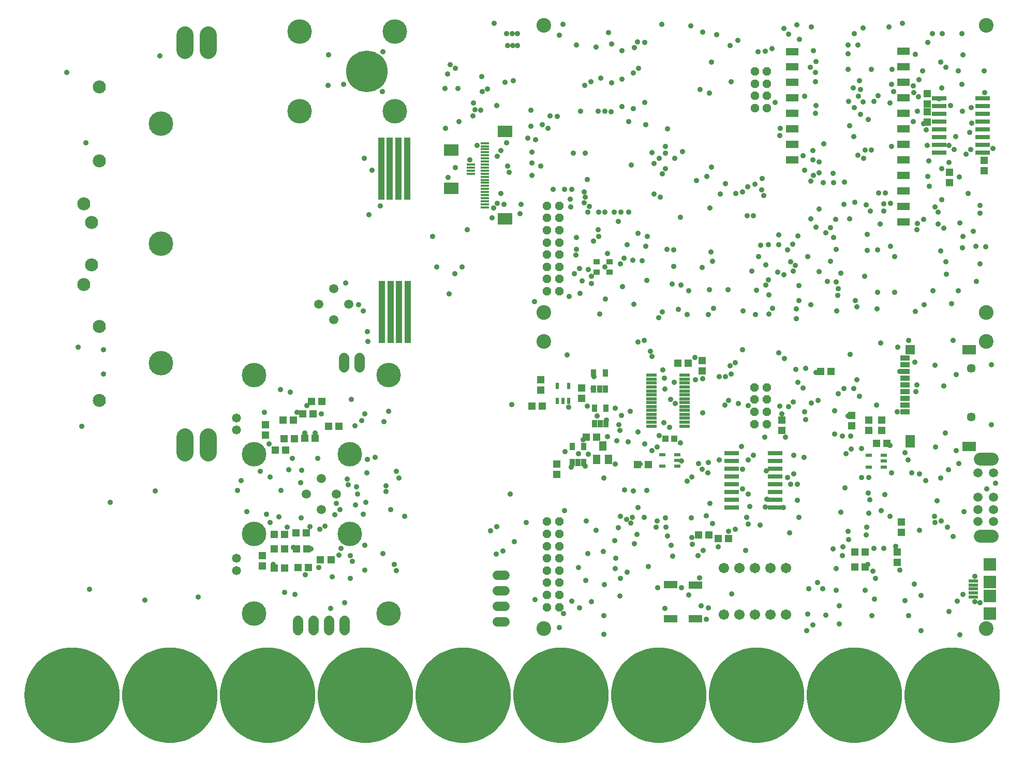
<source format=gbs>
G75*
G70*
%OFA0B0*%
%FSLAX24Y24*%
%IPPOS*%
%LPD*%
%AMOC8*
5,1,8,0,0,1.08239X$1,22.5*
%
%ADD10C,0.0946*%
%ADD11C,0.2678*%
%ADD12R,0.0513X0.0474*%
%ADD13R,0.0867X0.0474*%
%ADD14R,0.0946X0.0277*%
%ADD15C,0.0595*%
%ADD16C,0.0848*%
%ADD17OC8,0.0556*%
%ADD18R,0.0867X0.0631*%
%ADD19R,0.0631X0.0584*%
%ADD20R,0.0631X0.0848*%
%ADD21R,0.0631X0.0356*%
%ADD22C,0.0572*%
%ADD23R,0.0611X0.0237*%
%ADD24R,0.0828X0.0789*%
%ADD25R,0.0828X0.0828*%
%ADD26C,0.0356*%
%ADD27R,0.0352X0.0470*%
%ADD28R,0.0671X0.0218*%
%ADD29R,0.0474X0.0513*%
%ADD30R,0.0400X0.0240*%
%ADD31R,0.0474X0.0631*%
%ADD32R,0.0395X0.0395*%
%ADD33C,0.0674*%
%ADD34C,0.0595*%
%ADD35R,0.0551X0.0157*%
%ADD36R,0.0925X0.0748*%
%ADD37C,0.1582*%
%ADD38C,0.0840*%
%ADD39C,0.1085*%
%ADD40R,0.0840X0.0460*%
%ADD41R,0.0240X0.0400*%
%ADD42C,0.0680*%
%ADD43C,0.0580*%
%ADD44C,0.1976*%
%ADD45C,0.2540*%
%ADD46R,0.0434X0.0336*%
%ADD47R,0.0395X0.4017*%
%ADD48R,0.0398X0.0398*%
%ADD49C,0.0358*%
D10*
X035809Y009746D03*
X035809Y028250D03*
X035809Y030100D03*
X035809Y048604D03*
X064313Y048604D03*
X064313Y030100D03*
X064313Y028250D03*
X064313Y009746D03*
D11*
X024391Y045651D03*
D12*
X044450Y026832D03*
X045120Y026832D03*
X051124Y023191D03*
X051124Y022521D03*
X055651Y022797D03*
X055651Y023466D03*
X058840Y016616D03*
X058840Y015946D03*
X058565Y014687D03*
X058565Y014017D03*
X056498Y013722D03*
X055828Y013722D03*
X055828Y014667D03*
X056498Y014667D03*
X047714Y015544D03*
X047045Y015544D03*
X046454Y015780D03*
X045785Y015780D03*
X042521Y020297D03*
X041852Y020297D03*
X036635Y020356D03*
X036635Y019687D03*
X022088Y014194D03*
X021419Y014194D03*
X019096Y013643D03*
X018427Y013643D03*
X018506Y021242D03*
X019175Y021242D03*
X020828Y024391D03*
X021498Y024391D03*
X060494Y042364D03*
X060494Y043033D03*
X060494Y043545D03*
X060494Y044214D03*
D13*
X045561Y012545D03*
X043986Y012584D03*
X043986Y010380D03*
X045561Y010380D03*
D14*
X047899Y017531D03*
X047899Y018031D03*
X047899Y018531D03*
X047899Y019031D03*
X047899Y019531D03*
X047899Y020031D03*
X047899Y020531D03*
X047899Y021031D03*
X050694Y021031D03*
X050694Y020535D03*
X050694Y020035D03*
X050694Y019535D03*
X050694Y019031D03*
X050694Y018535D03*
X050694Y018035D03*
X050694Y017535D03*
X061277Y040429D03*
X061277Y040925D03*
X061277Y041425D03*
X061277Y041925D03*
X061277Y042429D03*
X061277Y042925D03*
X061277Y043425D03*
X061277Y043925D03*
X064072Y043929D03*
X064072Y043429D03*
X064072Y042929D03*
X064072Y042429D03*
X064072Y041929D03*
X064072Y041429D03*
X064072Y040929D03*
X064072Y040429D03*
D15*
X063781Y019785D03*
X064765Y019785D03*
X064765Y018210D03*
X063781Y018210D03*
X063781Y017423D03*
X063781Y016635D03*
X064765Y016635D03*
X064765Y017423D03*
X023230Y030651D03*
X022265Y029647D03*
X021301Y030651D03*
X022265Y031655D03*
X021478Y019411D03*
X022443Y018407D03*
X021478Y017403D03*
X020513Y018407D03*
D16*
X063889Y020691D02*
X064657Y020691D01*
X064657Y015730D02*
X063889Y015730D01*
D17*
X050159Y022927D03*
X049372Y022927D03*
X049372Y023714D03*
X050159Y023714D03*
X050159Y024502D03*
X049372Y024502D03*
X049372Y025289D03*
X050159Y025289D03*
X036793Y031478D03*
X036793Y032265D03*
X036006Y032265D03*
X036006Y031478D03*
X036006Y033053D03*
X036793Y033053D03*
X036793Y033840D03*
X036006Y033840D03*
X036006Y034628D03*
X036793Y034628D03*
X036793Y035415D03*
X036793Y036202D03*
X036006Y036202D03*
X036006Y035415D03*
X036006Y036990D03*
X036793Y036990D03*
X049399Y043281D03*
X049399Y044069D03*
X050187Y044069D03*
X050187Y043281D03*
X050187Y044856D03*
X050187Y045643D03*
X049399Y045643D03*
X049399Y044856D03*
X036793Y016635D03*
X036006Y016635D03*
X036006Y015848D03*
X036793Y015848D03*
X036793Y015061D03*
X036006Y015061D03*
X036006Y014273D03*
X036793Y014273D03*
X036793Y013486D03*
X036006Y013486D03*
X036006Y012698D03*
X036793Y012698D03*
X036793Y011911D03*
X036006Y011911D03*
X036006Y011124D03*
X036793Y011124D03*
D18*
X063191Y021478D03*
X063191Y027698D03*
D19*
X059411Y027722D03*
D20*
X059411Y021822D03*
D21*
X059069Y023722D03*
X059069Y024155D03*
X059069Y024588D03*
X059069Y025021D03*
X059069Y025454D03*
X059069Y025887D03*
X059069Y026320D03*
X059069Y026754D03*
X059069Y027187D03*
D22*
X063348Y026517D03*
X063348Y023368D03*
D23*
X063486Y012817D03*
X063486Y012561D03*
X063486Y012305D03*
X063486Y012049D03*
X063486Y011793D03*
D24*
X064539Y010730D03*
X064539Y013880D03*
D25*
X064539Y012757D03*
X064539Y011852D03*
D26*
X063574Y011488D03*
X063574Y013122D03*
D27*
X039805Y022939D03*
X039431Y022939D03*
X039057Y022939D03*
X039057Y023958D03*
X039805Y023958D03*
X039765Y025183D03*
X039391Y025183D03*
X039017Y025183D03*
X039017Y026202D03*
X039765Y026202D03*
X038387Y021478D03*
X037639Y021478D03*
X037639Y020458D03*
X038013Y020458D03*
X038387Y020458D03*
D28*
X042738Y022793D03*
X042738Y023045D03*
X042738Y023297D03*
X042738Y023549D03*
X042738Y023801D03*
X042738Y024053D03*
X042738Y024305D03*
X042738Y024549D03*
X042738Y024809D03*
X042738Y025061D03*
X042738Y025313D03*
X042738Y025565D03*
X042738Y025817D03*
X042738Y026069D03*
X044864Y026069D03*
X044864Y025817D03*
X044864Y025565D03*
X044864Y025313D03*
X044864Y025061D03*
X044864Y024809D03*
X044864Y024557D03*
X044864Y024305D03*
X044864Y024053D03*
X044864Y023801D03*
X044864Y023549D03*
X044864Y023297D03*
X044864Y023045D03*
X044864Y022793D03*
D29*
X046006Y026340D03*
X046006Y027009D03*
X039214Y022069D03*
X038545Y022069D03*
X038250Y024569D03*
X038250Y025238D03*
X035612Y025120D03*
X035612Y025789D03*
X035710Y024076D03*
X035041Y024076D03*
X022600Y022777D03*
X021931Y022777D03*
X021065Y022029D03*
X020395Y022029D03*
X019726Y021990D03*
X019057Y021990D03*
X019017Y023171D03*
X019687Y023171D03*
X020277Y023565D03*
X020946Y023565D03*
X017856Y022876D03*
X017856Y022206D03*
X018427Y015809D03*
X019096Y015809D03*
X019844Y015927D03*
X020513Y015927D03*
X020553Y014864D03*
X019883Y014864D03*
X019096Y014864D03*
X018427Y014864D03*
X017659Y014450D03*
X017659Y013781D03*
X019962Y013683D03*
X020631Y013683D03*
X053624Y026320D03*
X054293Y026320D03*
X056754Y023191D03*
X056754Y022521D03*
X057580Y022521D03*
X057580Y023191D03*
X057246Y021675D03*
X057915Y021675D03*
X061950Y038466D03*
X061950Y039135D03*
X064155Y039254D03*
X064155Y039923D03*
D30*
X057718Y020907D03*
X057718Y020533D03*
X057718Y020159D03*
X056734Y020159D03*
X056734Y020907D03*
X044411Y020946D03*
X044411Y020572D03*
X044411Y020198D03*
X043427Y020198D03*
X043427Y020946D03*
D31*
X039962Y020651D03*
X039214Y020651D03*
X039588Y021517D03*
D32*
X043624Y021990D03*
X044214Y021990D03*
D33*
X047391Y013647D03*
X048391Y013647D03*
X049391Y013647D03*
X050391Y013647D03*
X051391Y013647D03*
X051391Y010647D03*
X050391Y010647D03*
X049391Y010647D03*
X048391Y010647D03*
X047391Y010647D03*
D34*
X033310Y010175D02*
X032795Y010175D01*
X032795Y011175D02*
X033310Y011175D01*
X033310Y012175D02*
X032795Y012175D01*
X032795Y013175D02*
X033310Y013175D01*
D35*
X032009Y036891D03*
X032009Y037088D03*
X032009Y037285D03*
X032009Y037482D03*
X032009Y037679D03*
X032009Y037876D03*
X032009Y038072D03*
X032009Y038269D03*
X032009Y038466D03*
X032009Y038663D03*
X032009Y038860D03*
X032009Y039057D03*
X032009Y039254D03*
X032009Y039450D03*
X032009Y039647D03*
X032009Y039844D03*
X032009Y040041D03*
X032009Y040238D03*
X032009Y040435D03*
X032009Y040631D03*
X032009Y040828D03*
X032009Y041025D03*
X031104Y039650D03*
X031104Y039454D03*
X031104Y039257D03*
X031104Y039060D03*
D36*
X029824Y038112D03*
X029824Y040592D03*
X033289Y041773D03*
X033289Y036143D03*
D37*
X026202Y043092D03*
X020061Y043092D03*
X020061Y048210D03*
X026202Y048210D03*
X011124Y042265D03*
X011124Y034549D03*
X011124Y026832D03*
X017147Y026084D03*
X017147Y020966D03*
X023289Y020966D03*
X025809Y026084D03*
X023289Y015848D03*
X025809Y010730D03*
X017147Y010730D03*
X017147Y015848D03*
D38*
X007187Y024454D03*
X007187Y029210D03*
X006187Y031927D03*
X006687Y033171D03*
X006687Y035927D03*
X006187Y037108D03*
X007187Y039887D03*
X007187Y044643D03*
D39*
X012657Y046999D02*
X012657Y048004D01*
X014157Y048004D02*
X014157Y046999D01*
X014157Y022099D02*
X014157Y021094D01*
X012657Y021094D02*
X012657Y022099D01*
D40*
X051819Y039956D03*
X051819Y040956D03*
X051819Y041956D03*
X051819Y042956D03*
X051819Y043956D03*
X051819Y044956D03*
X051819Y045956D03*
X051819Y046906D03*
X058969Y046956D03*
X058969Y045956D03*
X058969Y044956D03*
X058969Y043956D03*
X058969Y042956D03*
X058969Y041956D03*
X058969Y040956D03*
X058969Y039956D03*
X058969Y038956D03*
X058969Y037956D03*
X058969Y036956D03*
X058969Y035956D03*
D41*
X037403Y025395D03*
X036655Y025395D03*
X036655Y024411D03*
X037029Y024411D03*
X037403Y024411D03*
D42*
X023946Y026572D02*
X023946Y027172D01*
X022946Y027172D02*
X022946Y026572D01*
X022978Y010243D02*
X022978Y009643D01*
X021978Y009643D02*
X021978Y010243D01*
X020978Y010243D02*
X020978Y009643D01*
X019978Y009643D02*
X019978Y010243D01*
D43*
X016006Y013486D03*
X016006Y014273D03*
X016006Y022541D03*
X016006Y023328D03*
D44*
X018013Y005454D03*
X011714Y005454D03*
X005415Y005454D03*
X024313Y005454D03*
X030612Y005454D03*
X036911Y005454D03*
X043210Y005454D03*
X049509Y005454D03*
X055809Y005454D03*
X062108Y005454D03*
D45*
X003612Y005454D02*
X003614Y005542D01*
X003621Y005631D01*
X003632Y005719D01*
X003647Y005806D01*
X003666Y005892D01*
X003690Y005977D01*
X003717Y006061D01*
X003749Y006144D01*
X003785Y006225D01*
X003825Y006304D01*
X003869Y006381D01*
X003916Y006456D01*
X003967Y006528D01*
X004021Y006598D01*
X004079Y006665D01*
X004140Y006729D01*
X004204Y006790D01*
X004271Y006848D01*
X004341Y006902D01*
X004413Y006953D01*
X004488Y007000D01*
X004565Y007044D01*
X004644Y007084D01*
X004725Y007120D01*
X004808Y007152D01*
X004892Y007179D01*
X004977Y007203D01*
X005063Y007222D01*
X005150Y007237D01*
X005238Y007248D01*
X005327Y007255D01*
X005415Y007257D01*
X005503Y007255D01*
X005592Y007248D01*
X005680Y007237D01*
X005767Y007222D01*
X005853Y007203D01*
X005938Y007179D01*
X006022Y007152D01*
X006105Y007120D01*
X006186Y007084D01*
X006265Y007044D01*
X006342Y007000D01*
X006417Y006953D01*
X006489Y006902D01*
X006559Y006848D01*
X006626Y006790D01*
X006690Y006729D01*
X006751Y006665D01*
X006809Y006598D01*
X006863Y006528D01*
X006914Y006456D01*
X006961Y006381D01*
X007005Y006304D01*
X007045Y006225D01*
X007081Y006144D01*
X007113Y006061D01*
X007140Y005977D01*
X007164Y005892D01*
X007183Y005806D01*
X007198Y005719D01*
X007209Y005631D01*
X007216Y005542D01*
X007218Y005454D01*
X007216Y005366D01*
X007209Y005277D01*
X007198Y005189D01*
X007183Y005102D01*
X007164Y005016D01*
X007140Y004931D01*
X007113Y004847D01*
X007081Y004764D01*
X007045Y004683D01*
X007005Y004604D01*
X006961Y004527D01*
X006914Y004452D01*
X006863Y004380D01*
X006809Y004310D01*
X006751Y004243D01*
X006690Y004179D01*
X006626Y004118D01*
X006559Y004060D01*
X006489Y004006D01*
X006417Y003955D01*
X006342Y003908D01*
X006265Y003864D01*
X006186Y003824D01*
X006105Y003788D01*
X006022Y003756D01*
X005938Y003729D01*
X005853Y003705D01*
X005767Y003686D01*
X005680Y003671D01*
X005592Y003660D01*
X005503Y003653D01*
X005415Y003651D01*
X005327Y003653D01*
X005238Y003660D01*
X005150Y003671D01*
X005063Y003686D01*
X004977Y003705D01*
X004892Y003729D01*
X004808Y003756D01*
X004725Y003788D01*
X004644Y003824D01*
X004565Y003864D01*
X004488Y003908D01*
X004413Y003955D01*
X004341Y004006D01*
X004271Y004060D01*
X004204Y004118D01*
X004140Y004179D01*
X004079Y004243D01*
X004021Y004310D01*
X003967Y004380D01*
X003916Y004452D01*
X003869Y004527D01*
X003825Y004604D01*
X003785Y004683D01*
X003749Y004764D01*
X003717Y004847D01*
X003690Y004931D01*
X003666Y005016D01*
X003647Y005102D01*
X003632Y005189D01*
X003621Y005277D01*
X003614Y005366D01*
X003612Y005454D01*
X009911Y005454D02*
X009913Y005542D01*
X009920Y005631D01*
X009931Y005719D01*
X009946Y005806D01*
X009965Y005892D01*
X009989Y005977D01*
X010016Y006061D01*
X010048Y006144D01*
X010084Y006225D01*
X010124Y006304D01*
X010168Y006381D01*
X010215Y006456D01*
X010266Y006528D01*
X010320Y006598D01*
X010378Y006665D01*
X010439Y006729D01*
X010503Y006790D01*
X010570Y006848D01*
X010640Y006902D01*
X010712Y006953D01*
X010787Y007000D01*
X010864Y007044D01*
X010943Y007084D01*
X011024Y007120D01*
X011107Y007152D01*
X011191Y007179D01*
X011276Y007203D01*
X011362Y007222D01*
X011449Y007237D01*
X011537Y007248D01*
X011626Y007255D01*
X011714Y007257D01*
X011802Y007255D01*
X011891Y007248D01*
X011979Y007237D01*
X012066Y007222D01*
X012152Y007203D01*
X012237Y007179D01*
X012321Y007152D01*
X012404Y007120D01*
X012485Y007084D01*
X012564Y007044D01*
X012641Y007000D01*
X012716Y006953D01*
X012788Y006902D01*
X012858Y006848D01*
X012925Y006790D01*
X012989Y006729D01*
X013050Y006665D01*
X013108Y006598D01*
X013162Y006528D01*
X013213Y006456D01*
X013260Y006381D01*
X013304Y006304D01*
X013344Y006225D01*
X013380Y006144D01*
X013412Y006061D01*
X013439Y005977D01*
X013463Y005892D01*
X013482Y005806D01*
X013497Y005719D01*
X013508Y005631D01*
X013515Y005542D01*
X013517Y005454D01*
X013515Y005366D01*
X013508Y005277D01*
X013497Y005189D01*
X013482Y005102D01*
X013463Y005016D01*
X013439Y004931D01*
X013412Y004847D01*
X013380Y004764D01*
X013344Y004683D01*
X013304Y004604D01*
X013260Y004527D01*
X013213Y004452D01*
X013162Y004380D01*
X013108Y004310D01*
X013050Y004243D01*
X012989Y004179D01*
X012925Y004118D01*
X012858Y004060D01*
X012788Y004006D01*
X012716Y003955D01*
X012641Y003908D01*
X012564Y003864D01*
X012485Y003824D01*
X012404Y003788D01*
X012321Y003756D01*
X012237Y003729D01*
X012152Y003705D01*
X012066Y003686D01*
X011979Y003671D01*
X011891Y003660D01*
X011802Y003653D01*
X011714Y003651D01*
X011626Y003653D01*
X011537Y003660D01*
X011449Y003671D01*
X011362Y003686D01*
X011276Y003705D01*
X011191Y003729D01*
X011107Y003756D01*
X011024Y003788D01*
X010943Y003824D01*
X010864Y003864D01*
X010787Y003908D01*
X010712Y003955D01*
X010640Y004006D01*
X010570Y004060D01*
X010503Y004118D01*
X010439Y004179D01*
X010378Y004243D01*
X010320Y004310D01*
X010266Y004380D01*
X010215Y004452D01*
X010168Y004527D01*
X010124Y004604D01*
X010084Y004683D01*
X010048Y004764D01*
X010016Y004847D01*
X009989Y004931D01*
X009965Y005016D01*
X009946Y005102D01*
X009931Y005189D01*
X009920Y005277D01*
X009913Y005366D01*
X009911Y005454D01*
X016210Y005454D02*
X016212Y005542D01*
X016219Y005631D01*
X016230Y005719D01*
X016245Y005806D01*
X016264Y005892D01*
X016288Y005977D01*
X016315Y006061D01*
X016347Y006144D01*
X016383Y006225D01*
X016423Y006304D01*
X016467Y006381D01*
X016514Y006456D01*
X016565Y006528D01*
X016619Y006598D01*
X016677Y006665D01*
X016738Y006729D01*
X016802Y006790D01*
X016869Y006848D01*
X016939Y006902D01*
X017011Y006953D01*
X017086Y007000D01*
X017163Y007044D01*
X017242Y007084D01*
X017323Y007120D01*
X017406Y007152D01*
X017490Y007179D01*
X017575Y007203D01*
X017661Y007222D01*
X017748Y007237D01*
X017836Y007248D01*
X017925Y007255D01*
X018013Y007257D01*
X018101Y007255D01*
X018190Y007248D01*
X018278Y007237D01*
X018365Y007222D01*
X018451Y007203D01*
X018536Y007179D01*
X018620Y007152D01*
X018703Y007120D01*
X018784Y007084D01*
X018863Y007044D01*
X018940Y007000D01*
X019015Y006953D01*
X019087Y006902D01*
X019157Y006848D01*
X019224Y006790D01*
X019288Y006729D01*
X019349Y006665D01*
X019407Y006598D01*
X019461Y006528D01*
X019512Y006456D01*
X019559Y006381D01*
X019603Y006304D01*
X019643Y006225D01*
X019679Y006144D01*
X019711Y006061D01*
X019738Y005977D01*
X019762Y005892D01*
X019781Y005806D01*
X019796Y005719D01*
X019807Y005631D01*
X019814Y005542D01*
X019816Y005454D01*
X019814Y005366D01*
X019807Y005277D01*
X019796Y005189D01*
X019781Y005102D01*
X019762Y005016D01*
X019738Y004931D01*
X019711Y004847D01*
X019679Y004764D01*
X019643Y004683D01*
X019603Y004604D01*
X019559Y004527D01*
X019512Y004452D01*
X019461Y004380D01*
X019407Y004310D01*
X019349Y004243D01*
X019288Y004179D01*
X019224Y004118D01*
X019157Y004060D01*
X019087Y004006D01*
X019015Y003955D01*
X018940Y003908D01*
X018863Y003864D01*
X018784Y003824D01*
X018703Y003788D01*
X018620Y003756D01*
X018536Y003729D01*
X018451Y003705D01*
X018365Y003686D01*
X018278Y003671D01*
X018190Y003660D01*
X018101Y003653D01*
X018013Y003651D01*
X017925Y003653D01*
X017836Y003660D01*
X017748Y003671D01*
X017661Y003686D01*
X017575Y003705D01*
X017490Y003729D01*
X017406Y003756D01*
X017323Y003788D01*
X017242Y003824D01*
X017163Y003864D01*
X017086Y003908D01*
X017011Y003955D01*
X016939Y004006D01*
X016869Y004060D01*
X016802Y004118D01*
X016738Y004179D01*
X016677Y004243D01*
X016619Y004310D01*
X016565Y004380D01*
X016514Y004452D01*
X016467Y004527D01*
X016423Y004604D01*
X016383Y004683D01*
X016347Y004764D01*
X016315Y004847D01*
X016288Y004931D01*
X016264Y005016D01*
X016245Y005102D01*
X016230Y005189D01*
X016219Y005277D01*
X016212Y005366D01*
X016210Y005454D01*
X022510Y005454D02*
X022512Y005542D01*
X022519Y005631D01*
X022530Y005719D01*
X022545Y005806D01*
X022564Y005892D01*
X022588Y005977D01*
X022615Y006061D01*
X022647Y006144D01*
X022683Y006225D01*
X022723Y006304D01*
X022767Y006381D01*
X022814Y006456D01*
X022865Y006528D01*
X022919Y006598D01*
X022977Y006665D01*
X023038Y006729D01*
X023102Y006790D01*
X023169Y006848D01*
X023239Y006902D01*
X023311Y006953D01*
X023386Y007000D01*
X023463Y007044D01*
X023542Y007084D01*
X023623Y007120D01*
X023706Y007152D01*
X023790Y007179D01*
X023875Y007203D01*
X023961Y007222D01*
X024048Y007237D01*
X024136Y007248D01*
X024225Y007255D01*
X024313Y007257D01*
X024401Y007255D01*
X024490Y007248D01*
X024578Y007237D01*
X024665Y007222D01*
X024751Y007203D01*
X024836Y007179D01*
X024920Y007152D01*
X025003Y007120D01*
X025084Y007084D01*
X025163Y007044D01*
X025240Y007000D01*
X025315Y006953D01*
X025387Y006902D01*
X025457Y006848D01*
X025524Y006790D01*
X025588Y006729D01*
X025649Y006665D01*
X025707Y006598D01*
X025761Y006528D01*
X025812Y006456D01*
X025859Y006381D01*
X025903Y006304D01*
X025943Y006225D01*
X025979Y006144D01*
X026011Y006061D01*
X026038Y005977D01*
X026062Y005892D01*
X026081Y005806D01*
X026096Y005719D01*
X026107Y005631D01*
X026114Y005542D01*
X026116Y005454D01*
X026114Y005366D01*
X026107Y005277D01*
X026096Y005189D01*
X026081Y005102D01*
X026062Y005016D01*
X026038Y004931D01*
X026011Y004847D01*
X025979Y004764D01*
X025943Y004683D01*
X025903Y004604D01*
X025859Y004527D01*
X025812Y004452D01*
X025761Y004380D01*
X025707Y004310D01*
X025649Y004243D01*
X025588Y004179D01*
X025524Y004118D01*
X025457Y004060D01*
X025387Y004006D01*
X025315Y003955D01*
X025240Y003908D01*
X025163Y003864D01*
X025084Y003824D01*
X025003Y003788D01*
X024920Y003756D01*
X024836Y003729D01*
X024751Y003705D01*
X024665Y003686D01*
X024578Y003671D01*
X024490Y003660D01*
X024401Y003653D01*
X024313Y003651D01*
X024225Y003653D01*
X024136Y003660D01*
X024048Y003671D01*
X023961Y003686D01*
X023875Y003705D01*
X023790Y003729D01*
X023706Y003756D01*
X023623Y003788D01*
X023542Y003824D01*
X023463Y003864D01*
X023386Y003908D01*
X023311Y003955D01*
X023239Y004006D01*
X023169Y004060D01*
X023102Y004118D01*
X023038Y004179D01*
X022977Y004243D01*
X022919Y004310D01*
X022865Y004380D01*
X022814Y004452D01*
X022767Y004527D01*
X022723Y004604D01*
X022683Y004683D01*
X022647Y004764D01*
X022615Y004847D01*
X022588Y004931D01*
X022564Y005016D01*
X022545Y005102D01*
X022530Y005189D01*
X022519Y005277D01*
X022512Y005366D01*
X022510Y005454D01*
X028809Y005454D02*
X028811Y005542D01*
X028818Y005631D01*
X028829Y005719D01*
X028844Y005806D01*
X028863Y005892D01*
X028887Y005977D01*
X028914Y006061D01*
X028946Y006144D01*
X028982Y006225D01*
X029022Y006304D01*
X029066Y006381D01*
X029113Y006456D01*
X029164Y006528D01*
X029218Y006598D01*
X029276Y006665D01*
X029337Y006729D01*
X029401Y006790D01*
X029468Y006848D01*
X029538Y006902D01*
X029610Y006953D01*
X029685Y007000D01*
X029762Y007044D01*
X029841Y007084D01*
X029922Y007120D01*
X030005Y007152D01*
X030089Y007179D01*
X030174Y007203D01*
X030260Y007222D01*
X030347Y007237D01*
X030435Y007248D01*
X030524Y007255D01*
X030612Y007257D01*
X030700Y007255D01*
X030789Y007248D01*
X030877Y007237D01*
X030964Y007222D01*
X031050Y007203D01*
X031135Y007179D01*
X031219Y007152D01*
X031302Y007120D01*
X031383Y007084D01*
X031462Y007044D01*
X031539Y007000D01*
X031614Y006953D01*
X031686Y006902D01*
X031756Y006848D01*
X031823Y006790D01*
X031887Y006729D01*
X031948Y006665D01*
X032006Y006598D01*
X032060Y006528D01*
X032111Y006456D01*
X032158Y006381D01*
X032202Y006304D01*
X032242Y006225D01*
X032278Y006144D01*
X032310Y006061D01*
X032337Y005977D01*
X032361Y005892D01*
X032380Y005806D01*
X032395Y005719D01*
X032406Y005631D01*
X032413Y005542D01*
X032415Y005454D01*
X032413Y005366D01*
X032406Y005277D01*
X032395Y005189D01*
X032380Y005102D01*
X032361Y005016D01*
X032337Y004931D01*
X032310Y004847D01*
X032278Y004764D01*
X032242Y004683D01*
X032202Y004604D01*
X032158Y004527D01*
X032111Y004452D01*
X032060Y004380D01*
X032006Y004310D01*
X031948Y004243D01*
X031887Y004179D01*
X031823Y004118D01*
X031756Y004060D01*
X031686Y004006D01*
X031614Y003955D01*
X031539Y003908D01*
X031462Y003864D01*
X031383Y003824D01*
X031302Y003788D01*
X031219Y003756D01*
X031135Y003729D01*
X031050Y003705D01*
X030964Y003686D01*
X030877Y003671D01*
X030789Y003660D01*
X030700Y003653D01*
X030612Y003651D01*
X030524Y003653D01*
X030435Y003660D01*
X030347Y003671D01*
X030260Y003686D01*
X030174Y003705D01*
X030089Y003729D01*
X030005Y003756D01*
X029922Y003788D01*
X029841Y003824D01*
X029762Y003864D01*
X029685Y003908D01*
X029610Y003955D01*
X029538Y004006D01*
X029468Y004060D01*
X029401Y004118D01*
X029337Y004179D01*
X029276Y004243D01*
X029218Y004310D01*
X029164Y004380D01*
X029113Y004452D01*
X029066Y004527D01*
X029022Y004604D01*
X028982Y004683D01*
X028946Y004764D01*
X028914Y004847D01*
X028887Y004931D01*
X028863Y005016D01*
X028844Y005102D01*
X028829Y005189D01*
X028818Y005277D01*
X028811Y005366D01*
X028809Y005454D01*
X035108Y005454D02*
X035110Y005542D01*
X035117Y005631D01*
X035128Y005719D01*
X035143Y005806D01*
X035162Y005892D01*
X035186Y005977D01*
X035213Y006061D01*
X035245Y006144D01*
X035281Y006225D01*
X035321Y006304D01*
X035365Y006381D01*
X035412Y006456D01*
X035463Y006528D01*
X035517Y006598D01*
X035575Y006665D01*
X035636Y006729D01*
X035700Y006790D01*
X035767Y006848D01*
X035837Y006902D01*
X035909Y006953D01*
X035984Y007000D01*
X036061Y007044D01*
X036140Y007084D01*
X036221Y007120D01*
X036304Y007152D01*
X036388Y007179D01*
X036473Y007203D01*
X036559Y007222D01*
X036646Y007237D01*
X036734Y007248D01*
X036823Y007255D01*
X036911Y007257D01*
X036999Y007255D01*
X037088Y007248D01*
X037176Y007237D01*
X037263Y007222D01*
X037349Y007203D01*
X037434Y007179D01*
X037518Y007152D01*
X037601Y007120D01*
X037682Y007084D01*
X037761Y007044D01*
X037838Y007000D01*
X037913Y006953D01*
X037985Y006902D01*
X038055Y006848D01*
X038122Y006790D01*
X038186Y006729D01*
X038247Y006665D01*
X038305Y006598D01*
X038359Y006528D01*
X038410Y006456D01*
X038457Y006381D01*
X038501Y006304D01*
X038541Y006225D01*
X038577Y006144D01*
X038609Y006061D01*
X038636Y005977D01*
X038660Y005892D01*
X038679Y005806D01*
X038694Y005719D01*
X038705Y005631D01*
X038712Y005542D01*
X038714Y005454D01*
X038712Y005366D01*
X038705Y005277D01*
X038694Y005189D01*
X038679Y005102D01*
X038660Y005016D01*
X038636Y004931D01*
X038609Y004847D01*
X038577Y004764D01*
X038541Y004683D01*
X038501Y004604D01*
X038457Y004527D01*
X038410Y004452D01*
X038359Y004380D01*
X038305Y004310D01*
X038247Y004243D01*
X038186Y004179D01*
X038122Y004118D01*
X038055Y004060D01*
X037985Y004006D01*
X037913Y003955D01*
X037838Y003908D01*
X037761Y003864D01*
X037682Y003824D01*
X037601Y003788D01*
X037518Y003756D01*
X037434Y003729D01*
X037349Y003705D01*
X037263Y003686D01*
X037176Y003671D01*
X037088Y003660D01*
X036999Y003653D01*
X036911Y003651D01*
X036823Y003653D01*
X036734Y003660D01*
X036646Y003671D01*
X036559Y003686D01*
X036473Y003705D01*
X036388Y003729D01*
X036304Y003756D01*
X036221Y003788D01*
X036140Y003824D01*
X036061Y003864D01*
X035984Y003908D01*
X035909Y003955D01*
X035837Y004006D01*
X035767Y004060D01*
X035700Y004118D01*
X035636Y004179D01*
X035575Y004243D01*
X035517Y004310D01*
X035463Y004380D01*
X035412Y004452D01*
X035365Y004527D01*
X035321Y004604D01*
X035281Y004683D01*
X035245Y004764D01*
X035213Y004847D01*
X035186Y004931D01*
X035162Y005016D01*
X035143Y005102D01*
X035128Y005189D01*
X035117Y005277D01*
X035110Y005366D01*
X035108Y005454D01*
X041407Y005454D02*
X041409Y005542D01*
X041416Y005631D01*
X041427Y005719D01*
X041442Y005806D01*
X041461Y005892D01*
X041485Y005977D01*
X041512Y006061D01*
X041544Y006144D01*
X041580Y006225D01*
X041620Y006304D01*
X041664Y006381D01*
X041711Y006456D01*
X041762Y006528D01*
X041816Y006598D01*
X041874Y006665D01*
X041935Y006729D01*
X041999Y006790D01*
X042066Y006848D01*
X042136Y006902D01*
X042208Y006953D01*
X042283Y007000D01*
X042360Y007044D01*
X042439Y007084D01*
X042520Y007120D01*
X042603Y007152D01*
X042687Y007179D01*
X042772Y007203D01*
X042858Y007222D01*
X042945Y007237D01*
X043033Y007248D01*
X043122Y007255D01*
X043210Y007257D01*
X043298Y007255D01*
X043387Y007248D01*
X043475Y007237D01*
X043562Y007222D01*
X043648Y007203D01*
X043733Y007179D01*
X043817Y007152D01*
X043900Y007120D01*
X043981Y007084D01*
X044060Y007044D01*
X044137Y007000D01*
X044212Y006953D01*
X044284Y006902D01*
X044354Y006848D01*
X044421Y006790D01*
X044485Y006729D01*
X044546Y006665D01*
X044604Y006598D01*
X044658Y006528D01*
X044709Y006456D01*
X044756Y006381D01*
X044800Y006304D01*
X044840Y006225D01*
X044876Y006144D01*
X044908Y006061D01*
X044935Y005977D01*
X044959Y005892D01*
X044978Y005806D01*
X044993Y005719D01*
X045004Y005631D01*
X045011Y005542D01*
X045013Y005454D01*
X045011Y005366D01*
X045004Y005277D01*
X044993Y005189D01*
X044978Y005102D01*
X044959Y005016D01*
X044935Y004931D01*
X044908Y004847D01*
X044876Y004764D01*
X044840Y004683D01*
X044800Y004604D01*
X044756Y004527D01*
X044709Y004452D01*
X044658Y004380D01*
X044604Y004310D01*
X044546Y004243D01*
X044485Y004179D01*
X044421Y004118D01*
X044354Y004060D01*
X044284Y004006D01*
X044212Y003955D01*
X044137Y003908D01*
X044060Y003864D01*
X043981Y003824D01*
X043900Y003788D01*
X043817Y003756D01*
X043733Y003729D01*
X043648Y003705D01*
X043562Y003686D01*
X043475Y003671D01*
X043387Y003660D01*
X043298Y003653D01*
X043210Y003651D01*
X043122Y003653D01*
X043033Y003660D01*
X042945Y003671D01*
X042858Y003686D01*
X042772Y003705D01*
X042687Y003729D01*
X042603Y003756D01*
X042520Y003788D01*
X042439Y003824D01*
X042360Y003864D01*
X042283Y003908D01*
X042208Y003955D01*
X042136Y004006D01*
X042066Y004060D01*
X041999Y004118D01*
X041935Y004179D01*
X041874Y004243D01*
X041816Y004310D01*
X041762Y004380D01*
X041711Y004452D01*
X041664Y004527D01*
X041620Y004604D01*
X041580Y004683D01*
X041544Y004764D01*
X041512Y004847D01*
X041485Y004931D01*
X041461Y005016D01*
X041442Y005102D01*
X041427Y005189D01*
X041416Y005277D01*
X041409Y005366D01*
X041407Y005454D01*
X047706Y005454D02*
X047708Y005542D01*
X047715Y005631D01*
X047726Y005719D01*
X047741Y005806D01*
X047760Y005892D01*
X047784Y005977D01*
X047811Y006061D01*
X047843Y006144D01*
X047879Y006225D01*
X047919Y006304D01*
X047963Y006381D01*
X048010Y006456D01*
X048061Y006528D01*
X048115Y006598D01*
X048173Y006665D01*
X048234Y006729D01*
X048298Y006790D01*
X048365Y006848D01*
X048435Y006902D01*
X048507Y006953D01*
X048582Y007000D01*
X048659Y007044D01*
X048738Y007084D01*
X048819Y007120D01*
X048902Y007152D01*
X048986Y007179D01*
X049071Y007203D01*
X049157Y007222D01*
X049244Y007237D01*
X049332Y007248D01*
X049421Y007255D01*
X049509Y007257D01*
X049597Y007255D01*
X049686Y007248D01*
X049774Y007237D01*
X049861Y007222D01*
X049947Y007203D01*
X050032Y007179D01*
X050116Y007152D01*
X050199Y007120D01*
X050280Y007084D01*
X050359Y007044D01*
X050436Y007000D01*
X050511Y006953D01*
X050583Y006902D01*
X050653Y006848D01*
X050720Y006790D01*
X050784Y006729D01*
X050845Y006665D01*
X050903Y006598D01*
X050957Y006528D01*
X051008Y006456D01*
X051055Y006381D01*
X051099Y006304D01*
X051139Y006225D01*
X051175Y006144D01*
X051207Y006061D01*
X051234Y005977D01*
X051258Y005892D01*
X051277Y005806D01*
X051292Y005719D01*
X051303Y005631D01*
X051310Y005542D01*
X051312Y005454D01*
X051310Y005366D01*
X051303Y005277D01*
X051292Y005189D01*
X051277Y005102D01*
X051258Y005016D01*
X051234Y004931D01*
X051207Y004847D01*
X051175Y004764D01*
X051139Y004683D01*
X051099Y004604D01*
X051055Y004527D01*
X051008Y004452D01*
X050957Y004380D01*
X050903Y004310D01*
X050845Y004243D01*
X050784Y004179D01*
X050720Y004118D01*
X050653Y004060D01*
X050583Y004006D01*
X050511Y003955D01*
X050436Y003908D01*
X050359Y003864D01*
X050280Y003824D01*
X050199Y003788D01*
X050116Y003756D01*
X050032Y003729D01*
X049947Y003705D01*
X049861Y003686D01*
X049774Y003671D01*
X049686Y003660D01*
X049597Y003653D01*
X049509Y003651D01*
X049421Y003653D01*
X049332Y003660D01*
X049244Y003671D01*
X049157Y003686D01*
X049071Y003705D01*
X048986Y003729D01*
X048902Y003756D01*
X048819Y003788D01*
X048738Y003824D01*
X048659Y003864D01*
X048582Y003908D01*
X048507Y003955D01*
X048435Y004006D01*
X048365Y004060D01*
X048298Y004118D01*
X048234Y004179D01*
X048173Y004243D01*
X048115Y004310D01*
X048061Y004380D01*
X048010Y004452D01*
X047963Y004527D01*
X047919Y004604D01*
X047879Y004683D01*
X047843Y004764D01*
X047811Y004847D01*
X047784Y004931D01*
X047760Y005016D01*
X047741Y005102D01*
X047726Y005189D01*
X047715Y005277D01*
X047708Y005366D01*
X047706Y005454D01*
X054006Y005454D02*
X054008Y005542D01*
X054015Y005631D01*
X054026Y005719D01*
X054041Y005806D01*
X054060Y005892D01*
X054084Y005977D01*
X054111Y006061D01*
X054143Y006144D01*
X054179Y006225D01*
X054219Y006304D01*
X054263Y006381D01*
X054310Y006456D01*
X054361Y006528D01*
X054415Y006598D01*
X054473Y006665D01*
X054534Y006729D01*
X054598Y006790D01*
X054665Y006848D01*
X054735Y006902D01*
X054807Y006953D01*
X054882Y007000D01*
X054959Y007044D01*
X055038Y007084D01*
X055119Y007120D01*
X055202Y007152D01*
X055286Y007179D01*
X055371Y007203D01*
X055457Y007222D01*
X055544Y007237D01*
X055632Y007248D01*
X055721Y007255D01*
X055809Y007257D01*
X055897Y007255D01*
X055986Y007248D01*
X056074Y007237D01*
X056161Y007222D01*
X056247Y007203D01*
X056332Y007179D01*
X056416Y007152D01*
X056499Y007120D01*
X056580Y007084D01*
X056659Y007044D01*
X056736Y007000D01*
X056811Y006953D01*
X056883Y006902D01*
X056953Y006848D01*
X057020Y006790D01*
X057084Y006729D01*
X057145Y006665D01*
X057203Y006598D01*
X057257Y006528D01*
X057308Y006456D01*
X057355Y006381D01*
X057399Y006304D01*
X057439Y006225D01*
X057475Y006144D01*
X057507Y006061D01*
X057534Y005977D01*
X057558Y005892D01*
X057577Y005806D01*
X057592Y005719D01*
X057603Y005631D01*
X057610Y005542D01*
X057612Y005454D01*
X057610Y005366D01*
X057603Y005277D01*
X057592Y005189D01*
X057577Y005102D01*
X057558Y005016D01*
X057534Y004931D01*
X057507Y004847D01*
X057475Y004764D01*
X057439Y004683D01*
X057399Y004604D01*
X057355Y004527D01*
X057308Y004452D01*
X057257Y004380D01*
X057203Y004310D01*
X057145Y004243D01*
X057084Y004179D01*
X057020Y004118D01*
X056953Y004060D01*
X056883Y004006D01*
X056811Y003955D01*
X056736Y003908D01*
X056659Y003864D01*
X056580Y003824D01*
X056499Y003788D01*
X056416Y003756D01*
X056332Y003729D01*
X056247Y003705D01*
X056161Y003686D01*
X056074Y003671D01*
X055986Y003660D01*
X055897Y003653D01*
X055809Y003651D01*
X055721Y003653D01*
X055632Y003660D01*
X055544Y003671D01*
X055457Y003686D01*
X055371Y003705D01*
X055286Y003729D01*
X055202Y003756D01*
X055119Y003788D01*
X055038Y003824D01*
X054959Y003864D01*
X054882Y003908D01*
X054807Y003955D01*
X054735Y004006D01*
X054665Y004060D01*
X054598Y004118D01*
X054534Y004179D01*
X054473Y004243D01*
X054415Y004310D01*
X054361Y004380D01*
X054310Y004452D01*
X054263Y004527D01*
X054219Y004604D01*
X054179Y004683D01*
X054143Y004764D01*
X054111Y004847D01*
X054084Y004931D01*
X054060Y005016D01*
X054041Y005102D01*
X054026Y005189D01*
X054015Y005277D01*
X054008Y005366D01*
X054006Y005454D01*
X060305Y005454D02*
X060307Y005542D01*
X060314Y005631D01*
X060325Y005719D01*
X060340Y005806D01*
X060359Y005892D01*
X060383Y005977D01*
X060410Y006061D01*
X060442Y006144D01*
X060478Y006225D01*
X060518Y006304D01*
X060562Y006381D01*
X060609Y006456D01*
X060660Y006528D01*
X060714Y006598D01*
X060772Y006665D01*
X060833Y006729D01*
X060897Y006790D01*
X060964Y006848D01*
X061034Y006902D01*
X061106Y006953D01*
X061181Y007000D01*
X061258Y007044D01*
X061337Y007084D01*
X061418Y007120D01*
X061501Y007152D01*
X061585Y007179D01*
X061670Y007203D01*
X061756Y007222D01*
X061843Y007237D01*
X061931Y007248D01*
X062020Y007255D01*
X062108Y007257D01*
X062196Y007255D01*
X062285Y007248D01*
X062373Y007237D01*
X062460Y007222D01*
X062546Y007203D01*
X062631Y007179D01*
X062715Y007152D01*
X062798Y007120D01*
X062879Y007084D01*
X062958Y007044D01*
X063035Y007000D01*
X063110Y006953D01*
X063182Y006902D01*
X063252Y006848D01*
X063319Y006790D01*
X063383Y006729D01*
X063444Y006665D01*
X063502Y006598D01*
X063556Y006528D01*
X063607Y006456D01*
X063654Y006381D01*
X063698Y006304D01*
X063738Y006225D01*
X063774Y006144D01*
X063806Y006061D01*
X063833Y005977D01*
X063857Y005892D01*
X063876Y005806D01*
X063891Y005719D01*
X063902Y005631D01*
X063909Y005542D01*
X063911Y005454D01*
X063909Y005366D01*
X063902Y005277D01*
X063891Y005189D01*
X063876Y005102D01*
X063857Y005016D01*
X063833Y004931D01*
X063806Y004847D01*
X063774Y004764D01*
X063738Y004683D01*
X063698Y004604D01*
X063654Y004527D01*
X063607Y004452D01*
X063556Y004380D01*
X063502Y004310D01*
X063444Y004243D01*
X063383Y004179D01*
X063319Y004118D01*
X063252Y004060D01*
X063182Y004006D01*
X063110Y003955D01*
X063035Y003908D01*
X062958Y003864D01*
X062879Y003824D01*
X062798Y003788D01*
X062715Y003756D01*
X062631Y003729D01*
X062546Y003705D01*
X062460Y003686D01*
X062373Y003671D01*
X062285Y003660D01*
X062196Y003653D01*
X062108Y003651D01*
X062020Y003653D01*
X061931Y003660D01*
X061843Y003671D01*
X061756Y003686D01*
X061670Y003705D01*
X061585Y003729D01*
X061501Y003756D01*
X061418Y003788D01*
X061337Y003824D01*
X061258Y003864D01*
X061181Y003908D01*
X061106Y003955D01*
X061034Y004006D01*
X060964Y004060D01*
X060897Y004118D01*
X060833Y004179D01*
X060772Y004243D01*
X060714Y004310D01*
X060660Y004380D01*
X060609Y004452D01*
X060562Y004527D01*
X060518Y004604D01*
X060478Y004683D01*
X060442Y004764D01*
X060410Y004847D01*
X060383Y004931D01*
X060359Y005016D01*
X060340Y005102D01*
X060325Y005189D01*
X060314Y005277D01*
X060307Y005366D01*
X060305Y005454D01*
D46*
X040041Y032728D03*
X040041Y033378D03*
X039214Y033378D03*
X039214Y032728D03*
D47*
X027029Y030139D03*
X026478Y030139D03*
X025927Y030139D03*
X025376Y030139D03*
X025336Y039391D03*
X025887Y039391D03*
X026439Y039391D03*
X026990Y039391D03*
D48*
X026990Y041045D03*
X026439Y041045D03*
X025887Y041045D03*
X025336Y041045D03*
X025376Y028486D03*
X025927Y028486D03*
X026478Y028486D03*
X027029Y028486D03*
D49*
X024470Y028250D03*
X024431Y028880D03*
X024155Y030218D03*
X023880Y030612D03*
X023053Y032029D03*
X024549Y036399D03*
X025257Y036990D03*
X024746Y039273D03*
X024234Y040061D03*
X025415Y044352D03*
X025454Y046911D03*
X022895Y044824D03*
X021911Y044746D03*
X021950Y046714D03*
X029588Y045494D03*
X029785Y046084D03*
X030100Y045848D03*
X030257Y044549D03*
X029431Y044549D03*
X031281Y043604D03*
X031360Y043171D03*
X031754Y043131D03*
X031242Y042777D03*
X030336Y042423D03*
X029470Y041990D03*
X031498Y040887D03*
X031045Y039943D03*
X030100Y039431D03*
X029647Y038820D03*
X032817Y040179D03*
X033053Y040533D03*
X033407Y041045D03*
X034785Y041360D03*
X035257Y041242D03*
X034982Y042108D03*
X035691Y042226D03*
X036084Y041990D03*
X036202Y042777D03*
X036675Y042738D03*
X038171Y043092D03*
X039313Y043092D03*
X039746Y043092D03*
X040139Y043053D03*
X040848Y043368D03*
X041557Y043250D03*
X042305Y043643D03*
X042383Y042226D03*
X041281Y042423D03*
X043761Y041950D03*
X043643Y040809D03*
X043643Y040376D03*
X043250Y040061D03*
X042895Y039706D03*
X042777Y040415D03*
X043643Y039391D03*
X043446Y039037D03*
X044234Y040061D03*
X044746Y040494D03*
X045651Y038604D03*
X046320Y038880D03*
X046596Y039470D03*
X047502Y038407D03*
X047187Y037738D03*
X046517Y036832D03*
X044588Y036242D03*
X043289Y037541D03*
X042895Y037738D03*
X041281Y036596D03*
X040769Y036596D03*
X040336Y036596D03*
X039746Y036596D03*
X039352Y036596D03*
X038643Y036596D03*
X038722Y036950D03*
X038407Y037187D03*
X038486Y037541D03*
X038407Y037895D03*
X037620Y038053D03*
X037147Y038053D03*
X037502Y037423D03*
X037541Y036911D03*
X036399Y038053D03*
X035021Y038958D03*
X035021Y039746D03*
X035612Y039549D03*
X035021Y040454D03*
X033486Y039549D03*
X033565Y039155D03*
X033053Y037777D03*
X032817Y037147D03*
X032580Y036832D03*
X033250Y037069D03*
X034352Y037069D03*
X034273Y036478D03*
X032462Y036202D03*
X030887Y035454D03*
X028643Y035021D03*
X028919Y033053D03*
X030061Y032620D03*
X030533Y033053D03*
X029706Y031320D03*
X035218Y030809D03*
X037423Y031163D03*
X038131Y031360D03*
X038880Y031990D03*
X038880Y032462D03*
X038683Y032895D03*
X038092Y032935D03*
X037777Y032620D03*
X038263Y032131D03*
X039746Y033053D03*
X039903Y033919D03*
X040730Y033250D03*
X040966Y033604D03*
X041537Y033486D03*
X042147Y033446D03*
X042383Y034391D03*
X042462Y035021D03*
X041872Y035218D03*
X041163Y034470D03*
X039352Y035021D03*
X039313Y035454D03*
X038998Y034706D03*
X037895Y034943D03*
X037895Y034194D03*
X037856Y033801D03*
X040612Y035966D03*
X043722Y034194D03*
X044155Y034155D03*
X044155Y033092D03*
X044076Y031950D03*
X044628Y031872D03*
X045139Y031517D03*
X046478Y031596D03*
X047659Y031596D03*
X049194Y032777D03*
X050100Y033171D03*
X049628Y033722D03*
X049785Y034431D03*
X050257Y034470D03*
X050927Y034470D03*
X050927Y035100D03*
X051832Y034509D03*
X051517Y034155D03*
X052187Y035061D03*
X053328Y035612D03*
X053013Y036163D03*
X053525Y036793D03*
X054588Y036124D03*
X054273Y035572D03*
X053958Y035257D03*
X054470Y034943D03*
X054628Y034194D03*
X054273Y033407D03*
X053545Y032757D03*
X054076Y032108D03*
X054628Y032069D03*
X054785Y031635D03*
X054746Y031202D03*
X055887Y030887D03*
X055966Y030494D03*
X057265Y030336D03*
X057305Y031399D03*
X058407Y031399D03*
X059746Y030179D03*
X060297Y030612D03*
X060868Y031517D03*
X061754Y032580D03*
X061714Y033368D03*
X061360Y034076D03*
X062777Y034273D03*
X062817Y035021D03*
X063486Y035336D03*
X063643Y034391D03*
X064273Y034352D03*
X063919Y033250D03*
X063683Y032108D03*
X062502Y031517D03*
X062069Y030691D03*
X062187Y028328D03*
X061006Y026714D03*
X059706Y026911D03*
X058722Y026320D03*
X059824Y025454D03*
X059785Y025021D03*
X058565Y023722D03*
X057226Y024155D03*
X056124Y024706D03*
X055783Y025219D03*
X055966Y025769D03*
X055145Y025208D03*
X054780Y024882D03*
X054530Y023778D03*
X053486Y024431D03*
X053053Y024273D03*
X052620Y023722D03*
X052659Y023210D03*
X051557Y024037D03*
X051872Y024352D03*
X051006Y024076D03*
X051124Y023565D03*
X051360Y022069D03*
X051911Y020927D03*
X052580Y020769D03*
X051911Y019706D03*
X051517Y019470D03*
X051714Y019037D03*
X052147Y019037D03*
X052147Y018013D03*
X051242Y017541D03*
X050061Y017580D03*
X050179Y018092D03*
X049076Y017620D03*
X048958Y018407D03*
X048604Y018761D03*
X048604Y020021D03*
X048958Y020612D03*
X049313Y020927D03*
X048525Y021478D03*
X047108Y020612D03*
X046399Y020454D03*
X046006Y020021D03*
X046360Y019785D03*
X045769Y020376D03*
X044687Y020553D03*
X044588Y021714D03*
X043919Y022698D03*
X043525Y023013D03*
X043250Y022187D03*
X043092Y021461D03*
X042777Y021202D03*
X042305Y021635D03*
X041242Y021793D03*
X040494Y021832D03*
X039903Y022108D03*
X040691Y022502D03*
X040651Y022895D03*
X040809Y023486D03*
X040415Y023958D03*
X039824Y023171D03*
X039234Y023446D03*
X038604Y024076D03*
X038958Y025218D03*
X039037Y025966D03*
X037305Y027383D03*
X039391Y030021D03*
X039785Y030986D03*
X040887Y031793D03*
X041596Y030651D03*
X043210Y029785D03*
X043446Y030139D03*
X044470Y030297D03*
X045021Y029982D03*
X046399Y029982D03*
X046754Y030376D03*
X048643Y030218D03*
X049431Y029982D03*
X050297Y030021D03*
X050533Y030376D03*
X050297Y031242D03*
X050100Y031872D03*
X050257Y032226D03*
X050887Y032698D03*
X051281Y032541D03*
X051872Y032777D03*
X051990Y033131D03*
X051714Y033368D03*
X052817Y033722D03*
X054923Y032659D03*
X056478Y032462D03*
X056635Y034116D03*
X057305Y034155D03*
X056635Y035139D03*
X057462Y035809D03*
X057698Y036635D03*
X057698Y037108D03*
X058131Y037147D03*
X057817Y037817D03*
X057383Y037817D03*
X056584Y037042D03*
X056832Y036635D03*
X055848Y037226D03*
X055139Y037069D03*
X055494Y036163D03*
X058131Y034391D03*
X058407Y033722D03*
X059824Y035454D03*
X059864Y035848D03*
X060257Y036124D03*
X061202Y035809D03*
X061557Y035533D03*
X062620Y035887D03*
X063919Y036517D03*
X063919Y037029D03*
X063131Y037777D03*
X062580Y038840D03*
X061911Y039785D03*
X061439Y039391D03*
X060612Y039864D03*
X060533Y038880D03*
X060651Y038250D03*
X061439Y037378D03*
X061006Y036911D03*
X061202Y036596D03*
X063013Y040297D03*
X063289Y040612D03*
X062226Y040612D03*
X061911Y040887D03*
X062344Y041439D03*
X063250Y041714D03*
X063368Y042305D03*
X062777Y043092D03*
X063328Y043328D03*
X064194Y044273D03*
X064155Y045691D03*
X062817Y046714D03*
X062502Y045691D03*
X061714Y045927D03*
X061360Y046242D03*
X060218Y045691D03*
X059982Y045100D03*
X059588Y044706D03*
X059628Y044273D03*
X059943Y043998D03*
X059864Y043092D03*
X059588Y042423D03*
X060257Y042265D03*
X060454Y041878D03*
X060494Y040887D03*
X058210Y040809D03*
X056911Y040572D03*
X056517Y040572D03*
X056399Y040061D03*
X056045Y040257D03*
X055769Y041439D03*
X055494Y042147D03*
X056202Y042895D03*
X055809Y043328D03*
X055454Y043722D03*
X056084Y044037D03*
X056202Y044470D03*
X055730Y044588D03*
X056124Y045063D03*
X055415Y045769D03*
X055415Y046793D03*
X055415Y047344D03*
X056045Y047344D03*
X055809Y048092D03*
X056360Y048446D03*
X058053Y048525D03*
X058919Y048761D03*
X060533Y047502D03*
X060848Y048092D03*
X061478Y048092D03*
X062738Y048092D03*
X059746Y046754D03*
X058250Y045769D03*
X058210Y044824D03*
X058328Y044352D03*
X058092Y043604D03*
X057344Y044076D03*
X057069Y043722D03*
X056360Y043683D03*
X056714Y042541D03*
X053840Y040966D03*
X053131Y040533D03*
X053131Y039943D03*
X053525Y039824D03*
X053525Y039116D03*
X053171Y038958D03*
X053013Y038565D03*
X053801Y038486D03*
X054470Y038486D03*
X054431Y039076D03*
X055159Y038506D03*
X052620Y039273D03*
X052502Y040218D03*
X051006Y041517D03*
X051045Y041990D03*
X050691Y043643D03*
X052620Y044037D03*
X053328Y043446D03*
X053289Y042935D03*
X053289Y044982D03*
X053289Y045572D03*
X052974Y045927D03*
X053328Y046281D03*
X053171Y046990D03*
X052265Y047698D03*
X051557Y048053D03*
X051281Y048407D03*
X052108Y048643D03*
X053053Y048525D03*
X050494Y047108D03*
X050061Y046950D03*
X049588Y046911D03*
X048289Y047659D03*
X047805Y047305D03*
X046950Y048013D03*
X046045Y048171D03*
X045257Y048571D03*
X043407Y048683D03*
X042305Y047502D03*
X041832Y047541D03*
X041635Y047187D03*
X040848Y046990D03*
X040179Y047423D03*
X039982Y048131D03*
X039155Y047226D03*
X037895Y047344D03*
X036793Y047974D03*
X037029Y048683D03*
X034116Y048092D03*
X033761Y048092D03*
X033407Y048092D03*
X032620Y048761D03*
X033486Y047305D03*
X033801Y047305D03*
X034116Y047305D03*
X033840Y045061D03*
X033289Y044943D03*
X032187Y044509D03*
X031832Y044352D03*
X031793Y045297D03*
X032777Y043446D03*
X034982Y043131D03*
X038446Y044746D03*
X038840Y044982D03*
X039470Y045218D03*
X040179Y044903D03*
X040848Y045139D03*
X041557Y045533D03*
X041911Y045848D03*
X045887Y044470D03*
X046478Y044234D03*
X047856Y044982D03*
X046596Y046242D03*
X041439Y039628D03*
X038604Y038683D03*
X038486Y040376D03*
X037698Y040376D03*
X046557Y033998D03*
X046675Y033407D03*
X046006Y033013D03*
X049509Y031557D03*
X052226Y031832D03*
X052226Y030887D03*
X052069Y030336D03*
X052069Y029706D03*
X053013Y030612D03*
X054667Y030218D03*
X055533Y027423D03*
X057502Y028151D03*
X058604Y027895D03*
X059313Y028328D03*
X062383Y026124D03*
X061557Y025395D03*
X064628Y026754D03*
X064628Y022895D03*
X062383Y021202D03*
X062541Y020376D03*
X061872Y019982D03*
X061360Y019431D03*
X060415Y019273D03*
X060019Y019706D03*
X059509Y019785D03*
X059273Y020612D03*
X059076Y021084D03*
X058092Y021557D03*
X058210Y019785D03*
X056754Y019470D03*
X056281Y019470D03*
X056714Y018486D03*
X056793Y018053D03*
X056754Y017187D03*
X057541Y017344D03*
X058092Y016990D03*
X060019Y016084D03*
X061006Y016596D03*
X060966Y016990D03*
X061399Y016675D03*
X061793Y016281D03*
X062187Y015691D03*
X062856Y017265D03*
X061124Y017974D03*
X064352Y018761D03*
X064903Y019116D03*
X061045Y021439D03*
X061675Y022344D03*
X057777Y018368D03*
X056596Y016281D03*
X056557Y015769D03*
X055454Y015494D03*
X055415Y016006D03*
X055061Y015021D03*
X055021Y014431D03*
X054431Y014864D03*
X054628Y013604D03*
X053446Y012698D03*
X053761Y012305D03*
X054628Y012226D03*
X054824Y011202D03*
X053958Y010612D03*
X053131Y009982D03*
X052738Y009628D03*
X052817Y010691D03*
X052856Y012305D03*
X054824Y010061D03*
X056950Y010572D03*
X057108Y011635D03*
X056517Y012226D03*
X057187Y012974D03*
X056990Y013446D03*
X056675Y013880D03*
X057069Y014903D03*
X057698Y014903D03*
X058486Y015061D03*
X058722Y013525D03*
X059667Y012620D03*
X060100Y011872D03*
X059076Y011557D03*
X059313Y010572D03*
X060100Y009628D03*
X061911Y010848D03*
X062423Y011517D03*
X062817Y011950D03*
X063919Y011399D03*
X062602Y009332D03*
X061202Y007580D03*
X054903Y007580D03*
X048486Y007423D03*
X046281Y010336D03*
X046399Y011084D03*
X045927Y011202D03*
X045139Y011911D03*
X044667Y012383D03*
X045848Y013013D03*
X045730Y014431D03*
X046084Y014785D03*
X045376Y015179D03*
X045336Y015612D03*
X045297Y016872D03*
X046281Y017029D03*
X046675Y016517D03*
X047698Y016006D03*
X048131Y016163D03*
X048958Y016478D03*
X048880Y016911D03*
X049746Y016399D03*
X048801Y014785D03*
X047029Y015021D03*
X044096Y014411D03*
X043998Y015100D03*
X043761Y015730D03*
X043683Y016281D03*
X043643Y016872D03*
X043092Y016686D03*
X043053Y016281D03*
X042265Y016911D03*
X041872Y017541D03*
X041517Y016911D03*
X041419Y016537D03*
X041124Y016793D03*
X040730Y016990D03*
X040612Y016242D03*
X041793Y015809D03*
X041635Y015218D03*
X040376Y015415D03*
X039628Y014706D03*
X040454Y014273D03*
X040415Y013604D03*
X040730Y012974D03*
X041163Y013368D03*
X039706Y012591D03*
X038506Y012856D03*
X038053Y013683D03*
X038643Y014588D03*
X039155Y016084D03*
X038525Y016675D03*
X037147Y017344D03*
X034667Y016596D03*
X033919Y015336D03*
X033171Y014746D03*
X032738Y014549D03*
X032383Y016045D03*
X032777Y016320D03*
X033643Y018407D03*
X037580Y020139D03*
X038486Y020218D03*
X038683Y020966D03*
X038053Y021006D03*
X037187Y021163D03*
X038328Y021911D03*
X040415Y020336D03*
X039667Y019431D03*
X041006Y018683D03*
X041557Y018604D03*
X042423Y018643D03*
X041996Y020335D03*
X041872Y022423D03*
X041360Y023761D03*
X043604Y025179D03*
X043565Y025887D03*
X043486Y026399D03*
X044194Y025612D03*
X045572Y025769D03*
X046045Y025848D03*
X047108Y025966D03*
X047502Y025966D03*
X047856Y026163D03*
X047817Y026675D03*
X048131Y026872D03*
X048604Y027698D03*
X050927Y027502D03*
X051320Y027147D03*
X052029Y026439D03*
X052659Y026517D03*
X053328Y026242D03*
X052187Y025612D03*
X052502Y025257D03*
X055415Y023446D03*
X055572Y022147D03*
X055021Y022147D03*
X054549Y022265D03*
X055612Y021320D03*
X055257Y021006D03*
X056281Y021360D03*
X055218Y018801D03*
X054950Y017234D03*
X052226Y016911D03*
X051635Y015927D03*
X047895Y011990D03*
X043604Y011045D03*
X043131Y012383D03*
X042541Y013761D03*
X040691Y011832D03*
X039667Y010572D03*
X039667Y009391D03*
X038092Y011084D03*
X037620Y011517D03*
X037069Y010730D03*
X036793Y009824D03*
X035241Y011603D03*
X038880Y011478D03*
X042226Y007502D03*
X036045Y007462D03*
X029509Y006793D03*
X023289Y007502D03*
X022069Y011045D03*
X022974Y011399D03*
X023328Y012974D03*
X024273Y013525D03*
X023486Y014076D03*
X023328Y014431D03*
X022620Y014470D03*
X022738Y014903D03*
X024273Y015100D03*
X025454Y014588D03*
X026163Y013880D03*
X026320Y013486D03*
X026832Y016990D03*
X025927Y017423D03*
X025651Y018565D03*
X025651Y018958D03*
X026478Y019431D03*
X026320Y019883D03*
X024943Y020769D03*
X024431Y020651D03*
X024391Y019785D03*
X023722Y018880D03*
X023820Y018427D03*
X023683Y017698D03*
X024352Y017895D03*
X024155Y017108D03*
X022679Y017403D03*
X022344Y017069D03*
X021714Y016360D03*
X021360Y016163D03*
X020730Y016320D03*
X020179Y016872D03*
X019273Y016281D03*
X018722Y016950D03*
X018171Y016596D03*
X017935Y017108D03*
X016675Y017265D03*
X016084Y018643D03*
X016320Y019273D03*
X017541Y019864D03*
X018171Y019509D03*
X018880Y018643D03*
X020139Y019155D03*
X020218Y019943D03*
X019372Y019982D03*
X019588Y020730D03*
X021242Y020730D03*
X021084Y022344D03*
X020415Y022344D03*
X019903Y023683D03*
X020533Y024116D03*
X021478Y023565D03*
X023407Y024509D03*
X024273Y023565D03*
X024076Y023131D03*
X023643Y022817D03*
X025494Y023092D03*
X025809Y023745D03*
X023131Y019391D03*
X023210Y018998D03*
X022423Y017817D03*
X019667Y014982D03*
X020809Y014864D03*
X021320Y013683D03*
X020454Y013210D03*
X019785Y011950D03*
X019116Y012069D03*
X018368Y013880D03*
X022187Y013092D03*
X017108Y007502D03*
X013525Y011793D03*
X010100Y011596D03*
X006537Y012285D03*
X004628Y007305D03*
X010809Y007344D03*
X007856Y017895D03*
X010769Y018604D03*
X006045Y022777D03*
X007423Y026163D03*
X007423Y027698D03*
X005809Y027895D03*
X017817Y023683D03*
X019470Y024982D03*
X018840Y025139D03*
X018092Y021635D03*
X033722Y024194D03*
X037403Y024017D03*
X041872Y028210D03*
X042265Y028328D03*
X042659Y027620D03*
X042777Y027265D03*
X045553Y027226D03*
X043958Y024509D03*
X044273Y024234D03*
X046045Y023643D03*
X047462Y024155D03*
X047698Y024431D03*
X048348Y024234D03*
X048958Y024116D03*
X050021Y022069D03*
X050139Y019903D03*
X046517Y017817D03*
X045021Y019234D03*
X045336Y019509D03*
X042423Y032187D03*
X048919Y036360D03*
X049313Y036360D03*
X049982Y037659D03*
X049824Y038013D03*
X049391Y038368D03*
X048929Y038220D03*
X048604Y037895D03*
X048171Y037777D03*
X049864Y038761D03*
X056911Y045769D03*
X061439Y044588D03*
X061281Y043880D03*
X061990Y043446D03*
X062738Y044824D03*
X064746Y040691D03*
X011084Y046635D03*
X005061Y045572D03*
X006320Y041045D03*
M02*

</source>
